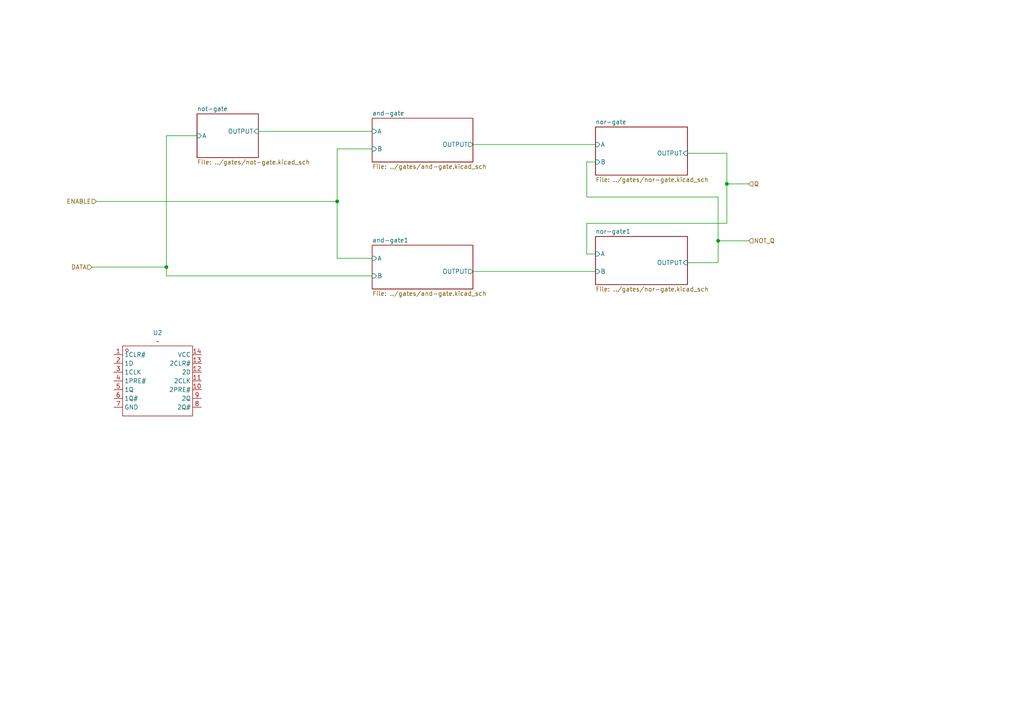
<source format=kicad_sch>
(kicad_sch (version 20231120) (generator "eeschema") (generator_version "8.0")
  (paper "A4")
  (lib_symbols
    (symbol "SN74HC74N:SN74HC74N"
      (property "Reference" "U" (at 0 0 0))
      (symbol "SN74HC74N_1_0"
        (rectangle (start -10.16 -10.16) (end 10.16 10.16))
        (circle (center -8.89 8.89) (radius 0.381))
        (pin unspecified line (at -12.7 7.62 0) (length 2.54) (name "1CLR#") (number "1"))
        (pin unspecified line (at 12.7 -2.54 180) (length 2.54) (name "2PRE#") (number "10"))
        (pin unspecified line (at 12.7 0 180) (length 2.54) (name "2CLK") (number "11"))
        (pin unspecified line (at 12.7 2.54 180) (length 2.54) (name "2D") (number "12"))
        (pin unspecified line (at 12.7 5.08 180) (length 2.54) (name "2CLR#") (number "13"))
        (pin unspecified line (at 12.7 7.62 180) (length 2.54) (name "VCC") (number "14"))
        (pin unspecified line (at -12.7 5.08 0) (length 2.54) (name "1D") (number "2"))
        (pin unspecified line (at -12.7 2.54 0) (length 2.54) (name "1CLK") (number "3"))
        (pin unspecified line (at -12.7 0 0) (length 2.54) (name "1PRE#") (number "4"))
        (pin unspecified line (at -12.7 -2.54 0) (length 2.54) (name "1Q") (number "5"))
        (pin unspecified line (at -12.7 -5.08 0) (length 2.54) (name "1Q#") (number "6"))
        (pin unspecified line (at -12.7 -7.62 0) (length 2.54) (name "GND") (number "7"))
        (pin unspecified line (at 12.7 -7.62 180) (length 2.54) (name "2Q#") (number "8"))
        (pin unspecified line (at 12.7 -5.08 180) (length 2.54) (name "2Q") (number "9"))
      )
    )
  )
  (junction (at 210.82 53.34))
  (junction (at 208.28 69.85))
  (junction (at 48.26 77.47))
  (junction (at 97.79 58.42))
  (wire (pts (xy 170.18 73.66) (xy 172.72 73.66)))
  (wire (pts (xy 210.82 53.34) (xy 210.82 64.77)))
  (wire (pts (xy 107.95 74.93) (xy 97.79 74.93)))
  (wire (pts (xy 137.16 78.74) (xy 172.72 78.74)))
  (wire (pts (xy 199.39 76.2) (xy 208.28 76.2)))
  (wire (pts (xy 74.93 38.1) (xy 107.95 38.1)))
  (wire (pts (xy 210.82 53.34) (xy 217.17 53.34)))
  (wire (pts (xy 208.28 69.85) (xy 217.17 69.85)))
  (wire (pts (xy 97.79 58.42) (xy 97.79 74.93)))
  (wire (pts (xy 26.67 77.47) (xy 48.26 77.47)))
  (wire (pts (xy 97.79 43.18) (xy 107.95 43.18)))
  (wire (pts (xy 208.28 76.2) (xy 208.28 69.85)))
  (wire (pts (xy 48.26 80.01) (xy 48.26 77.47)))
  (wire (pts (xy 107.95 80.01) (xy 48.26 80.01)))
  (wire (pts (xy 27.94 58.42) (xy 97.79 58.42)))
  (wire (pts (xy 210.82 64.77) (xy 170.18 64.77)))
  (wire (pts (xy 48.26 39.37) (xy 57.15 39.37)))
  (wire (pts (xy 199.39 44.45) (xy 210.82 44.45)))
  (wire (pts (xy 170.18 57.15) (xy 170.18 46.99)))
  (wire (pts (xy 170.18 46.99) (xy 172.72 46.99)))
  (wire (pts (xy 208.28 57.15) (xy 170.18 57.15)))
  (wire (pts (xy 137.16 41.91) (xy 172.72 41.91)))
  (wire (pts (xy 97.79 43.18) (xy 97.79 58.42)))
  (wire (pts (xy 208.28 69.85) (xy 208.28 57.15)))
  (wire (pts (xy 210.82 44.45) (xy 210.82 53.34)))
  (wire (pts (xy 170.18 64.77) (xy 170.18 73.66)))
  (wire (pts (xy 48.26 77.47) (xy 48.26 39.37)))
  (hierarchical_label "DATA" (shape input) (at 26.67 77.47 180))
  (hierarchical_label "NOT_Q" (shape input) (at 217.17 69.85 0))
  (hierarchical_label "ENABLE" (shape input) (at 27.94 58.42 180))
  (hierarchical_label "Q" (shape input) (at 217.17 53.34 0))
  (symbol (lib_id "SN74HC74N:SN74HC74N") (at 45.72 110.49 0) (unit 1)
    (property "Reference" "U1" (at 45.72 96.52 0))
    (property "Value" "~" (at 45.72 99.06 0))
    (property "Footprint" "SN74HC74N:PDIP-14_L19.3-W6.4-P2.54-LS7.6-BL" (effects (hide yes)))
    (property "Datasheet" "https://www.ti.com/cn/lit/gpn/sn74hc74" (effects (hide yes)))
    (property "Description" "Type:D-Type Trigger Type:Rising Edge Supply Voltage:2V~6V Supply Voltage:2V~6V Clock Frequency:60MHz Function:Positioning and resetting Number of Elements:2 Number of Bits per Element:1 Output Type:Complementary Type Maximum Propagation Delay:30ns@6V,50pF" (effects (hide yes)))
    (property "Manufacturer Part" "SN74HC74N" (effects (hide yes)))
    (property "Manufacturer" "TI(德州仪器)" (effects (hide yes)))
    (property "Supplier Part" "C2895" (effects (hide yes)))
    (property "Supplier" "LCSC" (effects (hide yes)))
    (property "LCSC Part Name" "SN74HC74N" (effects (hide yes)))
    (instances (project "" (path "" (reference "U2") (unit 1)) (path "" (reference "U1") (unit 1)) (path "" (reference "U4") (unit 1)) (path "" (reference "U3") (unit 1))))
  )
  (sheet (at 172.72 36.83) (size 26.67 13.97) (stroke (width 0.1524))
    (property "Sheetname" "nor-gate" (at 172.72 36.1184 0) (effects (justify left bottom)))
    (property "Sheetfile" "../gates/nor-gate.kicad_sch" (at 172.72 51.3846 0) (effects (justify left top)))
    (pin "A" input (at 172.72 41.91 180))
    (pin "B" input (at 172.72 46.99 180))
    (pin "OUTPUT" input (at 199.39 44.45 0))
  )
  (sheet (at 107.95 71.12) (size 29.21 12.7) (stroke (width 0.1524))
    (property "Sheetname" "and-gate1" (at 107.95 70.4084 0) (effects (justify left bottom)))
    (property "Sheetfile" "../gates/and-gate.kicad_sch" (at 107.95 84.4046 0) (effects (justify left top)))
    (pin "OUTPUT" output (at 137.16 78.74 0))
    (pin "B" input (at 107.95 80.01 180))
    (pin "A" input (at 107.95 74.93 180))
  )
  (sheet (at 57.15 33.02) (size 17.78 12.7) (stroke (width 0.1524))
    (property "Sheetname" "not-gate" (at 57.15 32.3084 0) (effects (justify left bottom)))
    (property "Sheetfile" "../gates/not-gate.kicad_sch" (at 57.15 46.3046 0) (effects (justify left top)))
    (pin "OUTPUT" input (at 74.93 38.1 0))
    (pin "A" input (at 57.15 39.37 180))
  )
  (sheet (at 107.95 34.29) (size 29.21 12.7) (stroke (width 0.1524))
    (property "Sheetname" "and-gate" (at 107.95 33.5784 0) (effects (justify left bottom)))
    (property "Sheetfile" "../gates/and-gate.kicad_sch" (at 107.95 47.5746 0) (effects (justify left top)))
    (pin "OUTPUT" output (at 137.16 41.91 0))
    (pin "B" input (at 107.95 43.18 180))
    (pin "A" input (at 107.95 38.1 180))
  )
  (sheet (at 172.72 68.58) (size 26.67 13.97) (stroke (width 0.1524))
    (property "Sheetname" "nor-gate1" (at 172.72 67.8684 0) (effects (justify left bottom)))
    (property "Sheetfile" "../gates/nor-gate.kicad_sch" (at 172.72 83.1346 0) (effects (justify left top)))
    (pin "A" input (at 172.72 73.66 180))
    (pin "B" input (at 172.72 78.74 180))
    (pin "OUTPUT" input (at 199.39 76.2 0))
  )
)
</source>
